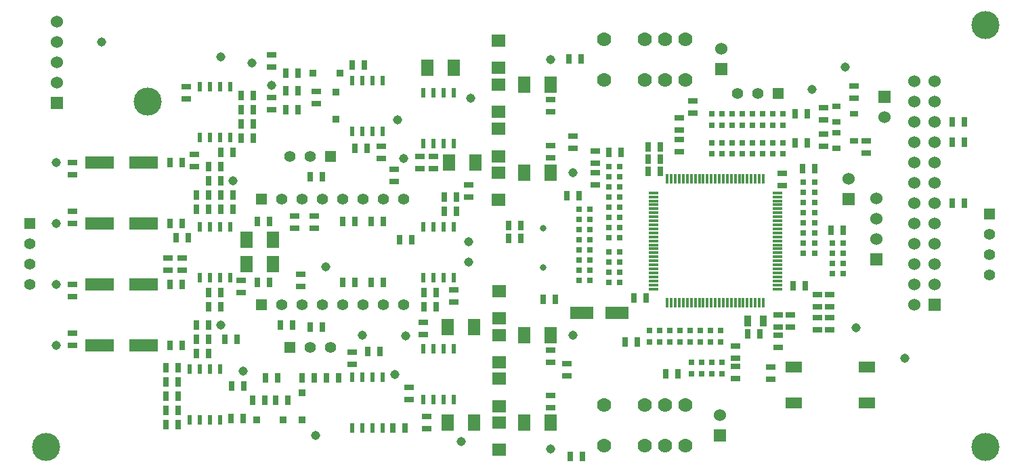
<source format=gts>
G04 (created by PCBNEW (2013-07-07 BZR 4022)-stable) date 9/7/2014 5:26:02 PM*
%MOIN*%
G04 Gerber Fmt 3.4, Leading zero omitted, Abs format*
%FSLAX34Y34*%
G01*
G70*
G90*
G04 APERTURE LIST*
%ADD10C,0.00590551*%
%ADD11R,0.0394X0.0315*%
%ADD12R,0.033X0.033*%
%ADD13R,0.02X0.045*%
%ADD14R,0.06X0.08*%
%ADD15R,0.035X0.055*%
%ADD16R,0.025X0.045*%
%ADD17R,0.045X0.025*%
%ADD18R,0.055X0.055*%
%ADD19C,0.055*%
%ADD20R,0.083X0.055*%
%ADD21C,0.045*%
%ADD22R,0.06X0.06*%
%ADD23C,0.06*%
%ADD24R,0.015748X0.0511811*%
%ADD25R,0.0511811X0.015748*%
%ADD26R,0.07X0.06*%
%ADD27R,0.1417X0.063*%
%ADD28R,0.1181X0.063*%
%ADD29C,0.0314961*%
%ADD30C,0.07*%
%ADD31R,0.025X0.03*%
%ADD32R,0.03X0.025*%
%ADD33C,0.138*%
G04 APERTURE END LIST*
G54D10*
G54D11*
X101523Y-47380D03*
X100657Y-47755D03*
X100657Y-47005D03*
X101523Y-48690D03*
X100657Y-49065D03*
X100657Y-48315D03*
G54D12*
X74905Y-45360D03*
X76215Y-45360D03*
X76030Y-46315D03*
X76030Y-47625D03*
X73425Y-62420D03*
X72115Y-62420D03*
X74370Y-61115D03*
X74370Y-62425D03*
G54D13*
X81820Y-61420D03*
X81320Y-61420D03*
X80820Y-61420D03*
X80320Y-61420D03*
X80320Y-58920D03*
X80820Y-58920D03*
X81320Y-58920D03*
X81820Y-58920D03*
X81820Y-48820D03*
X81320Y-48820D03*
X80820Y-48820D03*
X80320Y-48820D03*
X80320Y-46320D03*
X80820Y-46320D03*
X81320Y-46320D03*
X81820Y-46320D03*
X78320Y-48220D03*
X77820Y-48220D03*
X77320Y-48220D03*
X76820Y-48220D03*
X76820Y-45720D03*
X77320Y-45720D03*
X77820Y-45720D03*
X78320Y-45720D03*
X76820Y-60320D03*
X77320Y-60320D03*
X77820Y-60320D03*
X78320Y-60320D03*
X78320Y-62820D03*
X77820Y-62820D03*
X77320Y-62820D03*
X76820Y-62820D03*
X70320Y-62420D03*
X69820Y-62420D03*
X69320Y-62420D03*
X68820Y-62420D03*
X68820Y-59920D03*
X69320Y-59920D03*
X69820Y-59920D03*
X70320Y-59920D03*
X69320Y-46020D03*
X69820Y-46020D03*
X70320Y-46020D03*
X70820Y-46020D03*
X70820Y-48520D03*
X70320Y-48520D03*
X69820Y-48520D03*
X69320Y-48520D03*
X81820Y-55420D03*
X81320Y-55420D03*
X80820Y-55420D03*
X80320Y-55420D03*
X80320Y-52920D03*
X80820Y-52920D03*
X81320Y-52920D03*
X81820Y-52920D03*
X70820Y-55420D03*
X70320Y-55420D03*
X69820Y-55420D03*
X69320Y-55420D03*
X69320Y-52920D03*
X69820Y-52920D03*
X70320Y-52920D03*
X70820Y-52920D03*
G54D14*
X81520Y-62570D03*
X82820Y-62570D03*
X71620Y-54770D03*
X72920Y-54770D03*
X81520Y-57870D03*
X82820Y-57870D03*
X80520Y-45110D03*
X81820Y-45110D03*
X81590Y-49750D03*
X82890Y-49750D03*
X71620Y-53570D03*
X72920Y-53570D03*
G54D15*
X96295Y-57560D03*
X97045Y-57560D03*
G54D16*
X99580Y-50060D03*
X98980Y-50060D03*
G54D17*
X98410Y-57260D03*
X98410Y-57860D03*
G54D16*
X80370Y-56170D03*
X80970Y-56170D03*
G54D17*
X93600Y-47340D03*
X93600Y-46740D03*
G54D16*
X101000Y-53110D03*
X100400Y-53110D03*
X75370Y-57870D03*
X74770Y-57870D03*
G54D17*
X88790Y-50880D03*
X88790Y-50280D03*
G54D16*
X72770Y-55670D03*
X72170Y-55670D03*
X91390Y-49000D03*
X91990Y-49000D03*
X81370Y-51470D03*
X81970Y-51470D03*
G54D17*
X92930Y-49240D03*
X92930Y-48640D03*
X100020Y-48380D03*
X100020Y-48980D03*
G54D16*
X106360Y-47770D03*
X106960Y-47770D03*
X89460Y-49264D03*
X90060Y-49264D03*
X87388Y-51382D03*
X87988Y-51382D03*
G54D17*
X99720Y-56250D03*
X99720Y-56850D03*
X100330Y-56250D03*
X100330Y-56850D03*
G54D16*
X69770Y-57770D03*
X69170Y-57770D03*
X69170Y-58470D03*
X69770Y-58470D03*
X90260Y-58590D03*
X90860Y-58590D03*
X92270Y-60160D03*
X92870Y-60160D03*
G54D17*
X100330Y-57400D03*
X100330Y-58000D03*
X99720Y-57400D03*
X99720Y-58000D03*
X97810Y-58860D03*
X97810Y-58260D03*
G54D16*
X106360Y-48770D03*
X106960Y-48770D03*
X106360Y-51770D03*
X106960Y-51770D03*
G54D17*
X95690Y-58800D03*
X95690Y-59400D03*
X95690Y-60400D03*
X95690Y-59800D03*
G54D16*
X98630Y-48790D03*
X99230Y-48790D03*
X91390Y-49610D03*
X91990Y-49610D03*
G54D17*
X97810Y-57260D03*
X97810Y-57860D03*
G54D16*
X68270Y-60570D03*
X67670Y-60570D03*
X67670Y-61970D03*
X68270Y-61970D03*
G54D17*
X68470Y-54470D03*
X68470Y-55070D03*
G54D16*
X75370Y-50470D03*
X74770Y-50470D03*
G54D17*
X63070Y-55770D03*
X63070Y-56370D03*
X63070Y-58170D03*
X63070Y-58770D03*
X63070Y-52170D03*
X63070Y-52770D03*
X63070Y-49770D03*
X63070Y-50370D03*
G54D16*
X84530Y-52860D03*
X85130Y-52860D03*
X71970Y-47170D03*
X71370Y-47170D03*
X71370Y-47870D03*
X71970Y-47870D03*
X70370Y-56870D03*
X69770Y-56870D03*
X67870Y-55770D03*
X68470Y-55770D03*
X67870Y-58770D03*
X68470Y-58770D03*
X70970Y-52070D03*
X70370Y-52070D03*
X69170Y-52070D03*
X69770Y-52070D03*
X67870Y-49770D03*
X68470Y-49770D03*
X67870Y-52770D03*
X68470Y-52770D03*
X73070Y-61470D03*
X73670Y-61470D03*
X98630Y-47380D03*
X99230Y-47380D03*
X72770Y-52670D03*
X72170Y-52670D03*
G54D17*
X100020Y-47070D03*
X100020Y-47670D03*
X101520Y-45990D03*
X101520Y-46590D03*
G54D16*
X70370Y-50670D03*
X69770Y-50670D03*
X69770Y-49970D03*
X70370Y-49970D03*
X75570Y-60370D03*
X76170Y-60370D03*
X72570Y-60370D03*
X73170Y-60370D03*
X74370Y-60370D03*
X74970Y-60370D03*
X71920Y-61470D03*
X72520Y-61470D03*
X76970Y-49070D03*
X77570Y-49070D03*
X73570Y-46220D03*
X74170Y-46220D03*
G54D17*
X75070Y-46270D03*
X75070Y-46870D03*
G54D16*
X73570Y-45370D03*
X74170Y-45370D03*
X73570Y-47170D03*
X74170Y-47170D03*
G54D17*
X102130Y-49290D03*
X102130Y-48690D03*
X72870Y-47170D03*
X72870Y-46570D03*
G54D16*
X86830Y-56490D03*
X86230Y-56490D03*
G54D17*
X68670Y-46020D03*
X68670Y-46620D03*
G54D16*
X71970Y-46470D03*
X71370Y-46470D03*
X79770Y-53570D03*
X79170Y-53570D03*
G54D17*
X97440Y-60430D03*
X97440Y-59830D03*
G54D16*
X96290Y-58200D03*
X96890Y-58200D03*
G54D17*
X98010Y-50910D03*
X98010Y-50310D03*
G54D16*
X99130Y-55820D03*
X98530Y-55820D03*
X91990Y-50200D03*
X91390Y-50200D03*
X90690Y-56440D03*
X91290Y-56440D03*
X85130Y-53500D03*
X84530Y-53500D03*
X69170Y-59170D03*
X69770Y-59170D03*
G54D17*
X92930Y-48160D03*
X92930Y-47560D03*
X88790Y-49210D03*
X88790Y-49810D03*
G54D16*
X67670Y-61270D03*
X68270Y-61270D03*
X67670Y-62670D03*
X68270Y-62670D03*
X68270Y-59870D03*
X67670Y-59870D03*
X70870Y-62370D03*
X71470Y-62370D03*
X71170Y-58470D03*
X70570Y-58470D03*
X78370Y-55670D03*
X77770Y-55670D03*
X69170Y-51370D03*
X69770Y-51370D03*
X70970Y-51370D03*
X70370Y-51370D03*
G54D17*
X67770Y-54470D03*
X67770Y-55070D03*
G54D16*
X70370Y-56170D03*
X69770Y-56170D03*
G54D17*
X71370Y-55570D03*
X71370Y-56170D03*
G54D16*
X68170Y-53470D03*
X68770Y-53470D03*
X78840Y-62820D03*
X79440Y-62820D03*
G54D17*
X76820Y-59700D03*
X76820Y-59100D03*
X78270Y-48970D03*
X78270Y-49570D03*
G54D16*
X76820Y-44970D03*
X77420Y-44970D03*
X78370Y-52670D03*
X77770Y-52670D03*
X76970Y-52670D03*
X76370Y-52670D03*
X81370Y-52170D03*
X81970Y-52170D03*
X71370Y-48570D03*
X71970Y-48570D03*
X76970Y-55670D03*
X76370Y-55670D03*
X80370Y-56870D03*
X80970Y-56870D03*
G54D17*
X81820Y-56030D03*
X81820Y-56630D03*
X80830Y-50070D03*
X80830Y-49470D03*
X80170Y-50070D03*
X80170Y-49470D03*
X86580Y-46670D03*
X86580Y-47270D03*
X86580Y-49520D03*
X86580Y-48920D03*
X80490Y-62860D03*
X80490Y-62260D03*
X79620Y-60820D03*
X79620Y-61420D03*
X86580Y-59010D03*
X86580Y-59610D03*
X86580Y-61820D03*
X86580Y-61220D03*
X69070Y-49970D03*
X69070Y-49370D03*
G54D16*
X70970Y-49260D03*
X70370Y-49260D03*
G54D18*
X72370Y-56770D03*
G54D19*
X73370Y-56770D03*
X74370Y-56770D03*
X75370Y-56770D03*
X76370Y-56770D03*
X77370Y-56770D03*
X78370Y-56770D03*
X79370Y-56770D03*
G54D18*
X72370Y-51570D03*
G54D19*
X73370Y-51570D03*
X74370Y-51570D03*
X75370Y-51570D03*
X76370Y-51570D03*
X77370Y-51570D03*
X78370Y-51570D03*
X79370Y-51570D03*
G54D18*
X60970Y-52770D03*
G54D19*
X60970Y-53770D03*
X60970Y-54770D03*
X60970Y-55770D03*
G54D18*
X108210Y-52310D03*
G54D19*
X108210Y-53310D03*
X108210Y-54310D03*
X108210Y-55310D03*
G54D18*
X97800Y-46380D03*
G54D19*
X96800Y-46380D03*
X95800Y-46380D03*
G54D18*
X75770Y-49470D03*
G54D19*
X74770Y-49470D03*
X73770Y-49470D03*
G54D18*
X73770Y-58870D03*
G54D19*
X74770Y-58870D03*
X75770Y-58870D03*
G54D20*
X102155Y-61605D03*
X98565Y-61605D03*
X102155Y-59835D03*
X98565Y-59835D03*
G54D21*
X70970Y-50670D03*
X82570Y-54670D03*
X82570Y-53670D03*
X79070Y-47670D03*
X77320Y-58280D03*
X70370Y-57770D03*
X62270Y-55770D03*
X62270Y-58770D03*
X62270Y-49770D03*
X62270Y-52770D03*
X79370Y-49570D03*
X79470Y-58300D03*
X87690Y-50270D03*
X86580Y-44710D03*
X86580Y-63860D03*
X87690Y-58270D03*
X72870Y-45960D03*
X71450Y-60040D03*
G54D22*
X102630Y-54520D03*
G54D23*
X102630Y-53520D03*
X102630Y-52520D03*
X102630Y-51520D03*
G54D22*
X103030Y-46540D03*
G54D23*
X103030Y-47540D03*
G54D22*
X101250Y-51550D03*
G54D23*
X101250Y-50550D03*
G54D22*
X105490Y-56770D03*
G54D23*
X104490Y-56770D03*
X105490Y-55770D03*
X104490Y-55770D03*
X105490Y-54770D03*
X104490Y-54770D03*
X105490Y-53770D03*
X104490Y-53770D03*
X105490Y-52770D03*
X104490Y-52770D03*
X105490Y-51770D03*
X104490Y-51770D03*
X105490Y-50770D03*
X104490Y-50770D03*
X105490Y-49770D03*
X104490Y-49770D03*
X105490Y-48770D03*
X104490Y-48770D03*
X105490Y-47770D03*
X104490Y-47770D03*
X105490Y-46770D03*
X104490Y-46770D03*
X105490Y-45770D03*
X104490Y-45770D03*
G54D24*
X92337Y-56671D03*
X92534Y-56671D03*
X92731Y-56671D03*
X92928Y-56671D03*
X93125Y-56671D03*
X93322Y-56671D03*
X93518Y-56671D03*
X93715Y-56671D03*
X93912Y-56671D03*
X94109Y-56671D03*
X94306Y-56671D03*
X94503Y-56671D03*
X94700Y-56671D03*
X94896Y-56671D03*
X95093Y-56671D03*
X95290Y-56671D03*
X95487Y-56671D03*
X95684Y-56671D03*
X95881Y-56671D03*
X96077Y-56671D03*
X96274Y-56671D03*
X96471Y-56671D03*
X96668Y-56671D03*
X96865Y-56671D03*
X97062Y-56671D03*
G54D25*
X97751Y-55982D03*
X97751Y-55785D03*
X97751Y-55588D03*
X97751Y-55391D03*
X97751Y-55194D03*
X97751Y-54997D03*
X97751Y-54801D03*
X97751Y-54604D03*
X97751Y-54407D03*
X97751Y-54210D03*
X97751Y-54013D03*
X97751Y-53816D03*
X97751Y-53620D03*
X97751Y-53423D03*
X97751Y-53226D03*
X97751Y-53029D03*
X97751Y-52832D03*
X97751Y-52635D03*
X97751Y-52438D03*
X97751Y-52242D03*
X97751Y-52045D03*
X97751Y-51848D03*
X97751Y-51651D03*
X97751Y-51454D03*
X97751Y-51257D03*
G54D24*
X97062Y-50568D03*
X96865Y-50568D03*
X96668Y-50568D03*
X96471Y-50568D03*
X96274Y-50568D03*
X96077Y-50568D03*
X95881Y-50568D03*
X95684Y-50568D03*
X95487Y-50568D03*
X95290Y-50568D03*
X95093Y-50568D03*
X94896Y-50568D03*
X94700Y-50568D03*
X94503Y-50568D03*
X94306Y-50568D03*
X94109Y-50568D03*
X93912Y-50568D03*
X93715Y-50568D03*
X93518Y-50568D03*
X93322Y-50568D03*
X93125Y-50568D03*
X92928Y-50568D03*
X92731Y-50568D03*
X92534Y-50568D03*
X92337Y-50568D03*
G54D25*
X91648Y-51257D03*
X91648Y-51454D03*
X91648Y-51651D03*
X91648Y-51848D03*
X91648Y-52045D03*
X91648Y-52242D03*
X91648Y-52438D03*
X91648Y-52635D03*
X91648Y-52832D03*
X91648Y-53029D03*
X91648Y-53226D03*
X91648Y-53423D03*
X91648Y-53620D03*
X91648Y-53816D03*
X91648Y-54013D03*
X91648Y-54210D03*
X91648Y-54407D03*
X91648Y-54604D03*
X91648Y-54801D03*
X91648Y-54997D03*
X91648Y-55194D03*
X91648Y-55391D03*
X91648Y-55588D03*
X91648Y-55785D03*
X91648Y-55982D03*
G54D26*
X84030Y-50270D03*
X84030Y-51610D03*
X84060Y-59600D03*
X84060Y-58260D03*
X84060Y-60410D03*
X84060Y-61750D03*
X84060Y-57440D03*
X84060Y-56100D03*
X84060Y-62570D03*
X84060Y-63910D03*
X84030Y-45110D03*
X84030Y-43770D03*
X84030Y-48110D03*
X84030Y-49450D03*
X84030Y-47270D03*
X84030Y-45930D03*
G54D27*
X64387Y-58770D03*
X66553Y-58770D03*
X64387Y-55770D03*
X66553Y-55770D03*
X64387Y-49770D03*
X66553Y-49770D03*
X64387Y-52770D03*
X66553Y-52770D03*
G54D28*
X89876Y-57180D03*
X88144Y-57180D03*
G54D29*
X86230Y-54920D03*
X86230Y-52999D03*
G54D30*
X89220Y-45710D03*
X91220Y-45710D03*
X92220Y-45710D03*
X93220Y-45710D03*
X93220Y-43710D03*
X92220Y-43710D03*
X91220Y-43710D03*
X89220Y-43710D03*
X89220Y-63700D03*
X91220Y-63700D03*
X92220Y-63700D03*
X93220Y-63700D03*
X93220Y-61700D03*
X92220Y-61700D03*
X91220Y-61700D03*
X89220Y-61700D03*
G54D31*
X88540Y-52080D03*
X88540Y-52580D03*
X88540Y-53080D03*
X88540Y-53580D03*
X88540Y-54080D03*
X88540Y-54580D03*
X88540Y-55080D03*
X88540Y-55580D03*
X87990Y-55580D03*
X87990Y-55080D03*
X87990Y-54580D03*
X87990Y-54080D03*
X87990Y-53580D03*
X87990Y-53080D03*
X87990Y-52580D03*
X87990Y-52080D03*
X89460Y-53470D03*
X89460Y-52970D03*
X89460Y-52470D03*
X89460Y-51970D03*
X89460Y-51470D03*
X89460Y-50970D03*
X89460Y-50470D03*
X89460Y-49970D03*
X90010Y-49970D03*
X90010Y-50470D03*
X90010Y-50970D03*
X90010Y-51470D03*
X90010Y-51970D03*
X90010Y-52470D03*
X90010Y-52970D03*
X90010Y-53470D03*
X99030Y-54240D03*
X99030Y-53740D03*
X99030Y-53240D03*
X99030Y-52740D03*
X99030Y-52240D03*
X99030Y-51740D03*
X99030Y-51240D03*
X99030Y-50740D03*
X99580Y-50740D03*
X99580Y-51240D03*
X99580Y-51740D03*
X99580Y-52240D03*
X99580Y-52740D03*
X99580Y-53240D03*
X99580Y-53740D03*
X99580Y-54240D03*
G54D32*
X94530Y-47380D03*
X95030Y-47380D03*
X95530Y-47380D03*
X96030Y-47380D03*
X96530Y-47380D03*
X97030Y-47380D03*
X97530Y-47380D03*
X98030Y-47380D03*
X98030Y-47930D03*
X97530Y-47930D03*
X97030Y-47930D03*
X96530Y-47930D03*
X96030Y-47930D03*
X95530Y-47930D03*
X95030Y-47930D03*
X94530Y-47930D03*
X91470Y-58040D03*
X91970Y-58040D03*
X92470Y-58040D03*
X92970Y-58040D03*
X93470Y-58040D03*
X93970Y-58040D03*
X94470Y-58040D03*
X94970Y-58040D03*
X94970Y-58590D03*
X94470Y-58590D03*
X93970Y-58590D03*
X93470Y-58590D03*
X92970Y-58590D03*
X92470Y-58590D03*
X91970Y-58590D03*
X91470Y-58590D03*
X94540Y-48790D03*
X95040Y-48790D03*
X95540Y-48790D03*
X96040Y-48790D03*
X96540Y-48790D03*
X97040Y-48790D03*
X97540Y-48790D03*
X98040Y-48790D03*
X98040Y-49340D03*
X97540Y-49340D03*
X97040Y-49340D03*
X96540Y-49340D03*
X96040Y-49340D03*
X95540Y-49340D03*
X95040Y-49340D03*
X94540Y-49340D03*
X93520Y-59610D03*
X94020Y-59610D03*
X94520Y-59610D03*
X95020Y-59610D03*
X95020Y-60160D03*
X94520Y-60160D03*
X94020Y-60160D03*
X93520Y-60160D03*
G54D31*
X89460Y-55680D03*
X89460Y-55180D03*
X89460Y-54680D03*
X89460Y-54180D03*
X90010Y-54180D03*
X90010Y-54680D03*
X90010Y-55180D03*
X90010Y-55680D03*
X100450Y-55240D03*
X100450Y-54740D03*
X100450Y-54240D03*
X100450Y-53740D03*
X101000Y-53740D03*
X101000Y-54240D03*
X101000Y-54740D03*
X101000Y-55240D03*
G54D14*
X85280Y-50270D03*
X86580Y-50270D03*
X85280Y-45930D03*
X86580Y-45930D03*
X85280Y-62570D03*
X86580Y-62570D03*
X85280Y-58260D03*
X86580Y-58260D03*
G54D22*
X94990Y-45180D03*
G54D23*
X94990Y-44180D03*
G54D22*
X94930Y-63200D03*
G54D23*
X94930Y-62200D03*
G54D16*
X70910Y-60760D03*
X71510Y-60760D03*
G54D17*
X72870Y-45060D03*
X72870Y-44460D03*
X87410Y-59660D03*
X87410Y-60260D03*
G54D16*
X87570Y-64220D03*
X88170Y-64220D03*
X87480Y-44660D03*
X88080Y-44660D03*
G54D17*
X87690Y-49070D03*
X87690Y-48470D03*
G54D16*
X73900Y-57750D03*
X73300Y-57750D03*
G54D17*
X74290Y-55270D03*
X74290Y-55870D03*
X74970Y-52990D03*
X74970Y-52390D03*
X74000Y-52990D03*
X74000Y-52390D03*
X80320Y-57630D03*
X80320Y-58230D03*
X82570Y-51470D03*
X82570Y-50870D03*
G54D16*
X77600Y-59070D03*
X78200Y-59070D03*
G54D17*
X78890Y-50090D03*
X78890Y-50690D03*
G54D21*
X82180Y-63490D03*
X70370Y-44560D03*
X78940Y-60200D03*
X82670Y-46610D03*
X71900Y-44870D03*
X64500Y-43840D03*
X101110Y-45060D03*
X99470Y-46170D03*
X104040Y-59400D03*
X75520Y-54910D03*
X75030Y-63190D03*
X101640Y-57890D03*
G54D22*
X62300Y-46830D03*
G54D23*
X62300Y-45830D03*
X62300Y-44830D03*
X62300Y-43830D03*
X62300Y-42830D03*
G54D33*
X61750Y-63750D03*
X108000Y-43000D03*
X108000Y-63750D03*
X66750Y-46750D03*
M02*

</source>
